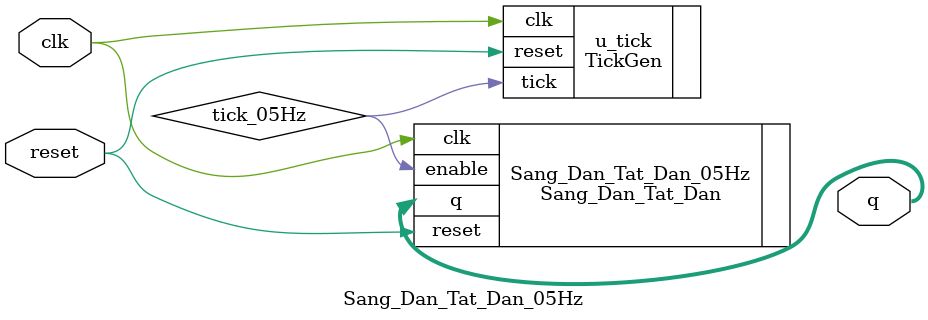
<source format=v>
`timescale 1ns / 1ps
module Sang_Dan_Tat_Dan_05Hz(
    input wire clk,
    input wire reset,
    output wire [7:0] q
    );

	wire tick_05Hz;
	
	TickGen #(25_000_000) u_tick (.clk(clk), .reset(reset), .tick(tick_05Hz));
	
	Sang_Dan_Tat_Dan Sang_Dan_Tat_Dan_05Hz(.clk(clk),.reset(reset), .enable(tick_05Hz), .q(q));

endmodule

</source>
